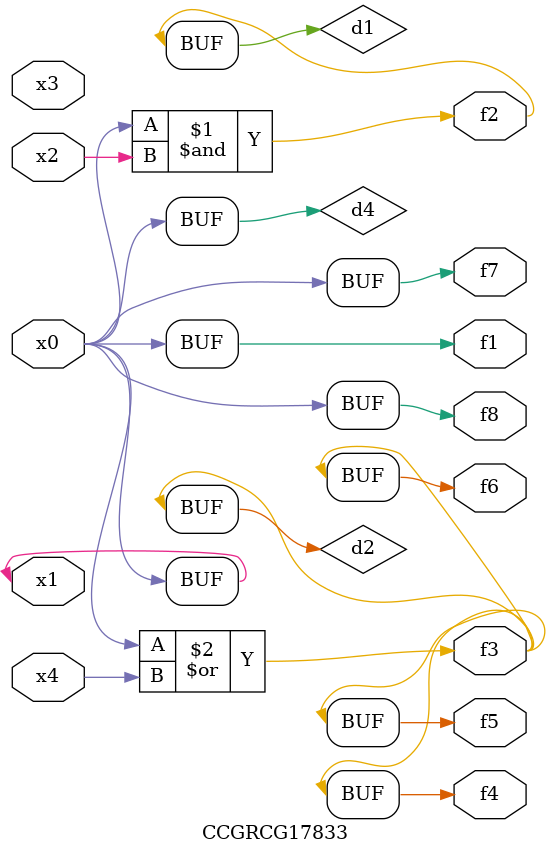
<source format=v>
module CCGRCG17833(
	input x0, x1, x2, x3, x4,
	output f1, f2, f3, f4, f5, f6, f7, f8
);

	wire d1, d2, d3, d4;

	and (d1, x0, x2);
	or (d2, x0, x4);
	nand (d3, x0, x2);
	buf (d4, x0, x1);
	assign f1 = d4;
	assign f2 = d1;
	assign f3 = d2;
	assign f4 = d2;
	assign f5 = d2;
	assign f6 = d2;
	assign f7 = d4;
	assign f8 = d4;
endmodule

</source>
